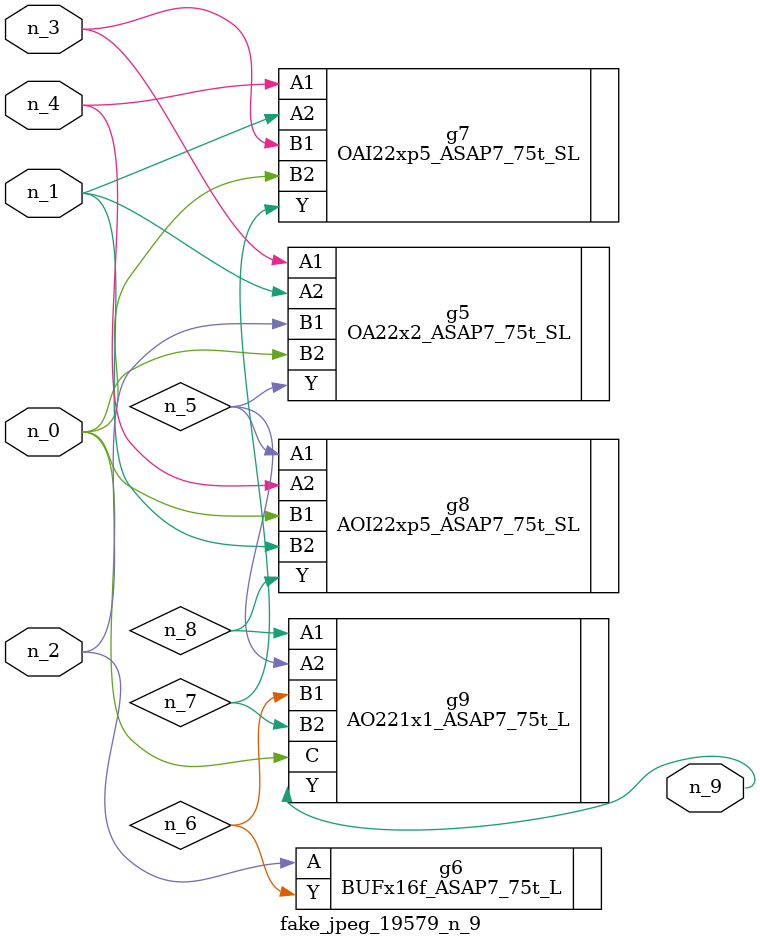
<source format=v>
module fake_jpeg_19579_n_9 (n_3, n_2, n_1, n_0, n_4, n_9);

input n_3;
input n_2;
input n_1;
input n_0;
input n_4;

output n_9;

wire n_8;
wire n_6;
wire n_5;
wire n_7;

OA22x2_ASAP7_75t_SL g5 ( 
.A1(n_3),
.A2(n_1),
.B1(n_2),
.B2(n_0),
.Y(n_5)
);

BUFx16f_ASAP7_75t_L g6 ( 
.A(n_2),
.Y(n_6)
);

OAI22xp5_ASAP7_75t_SL g7 ( 
.A1(n_4),
.A2(n_1),
.B1(n_3),
.B2(n_0),
.Y(n_7)
);

AOI22xp5_ASAP7_75t_SL g8 ( 
.A1(n_5),
.A2(n_4),
.B1(n_0),
.B2(n_1),
.Y(n_8)
);

AO221x1_ASAP7_75t_L g9 ( 
.A1(n_8),
.A2(n_5),
.B1(n_6),
.B2(n_7),
.C(n_0),
.Y(n_9)
);


endmodule
</source>
